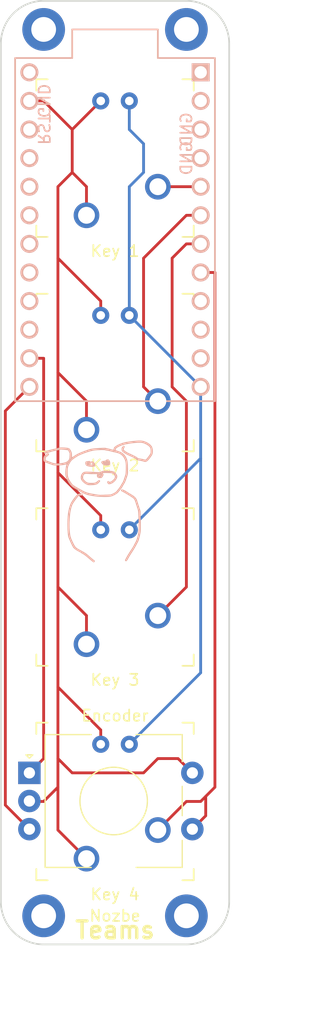
<source format=kicad_pcb>
(kicad_pcb (version 20171130) (host pcbnew "(5.1.10-1-10_14)")

  (general
    (thickness 1.6)
    (drawings 16)
    (tracks 71)
    (zones 0)
    (modules 11)
    (nets 1)
  )

  (page A4)
  (layers
    (0 F.Cu signal)
    (31 B.Cu signal)
    (32 B.Adhes user)
    (33 F.Adhes user)
    (34 B.Paste user)
    (35 F.Paste user)
    (36 B.SilkS user)
    (37 F.SilkS user)
    (38 B.Mask user)
    (39 F.Mask user)
    (40 Dwgs.User user)
    (41 Cmts.User user)
    (42 Eco1.User user hide)
    (43 Eco2.User user hide)
    (44 Edge.Cuts user)
    (45 Margin user hide)
    (46 B.CrtYd user hide)
    (47 F.CrtYd user hide)
    (48 B.Fab user hide)
    (49 F.Fab user hide)
  )

  (setup
    (last_trace_width 0.25)
    (trace_clearance 0.2)
    (zone_clearance 0.508)
    (zone_45_only no)
    (trace_min 0.2)
    (via_size 0.8)
    (via_drill 0.4)
    (via_min_size 0.4)
    (via_min_drill 0.3)
    (uvia_size 0.3)
    (uvia_drill 0.1)
    (uvias_allowed no)
    (uvia_min_size 0.2)
    (uvia_min_drill 0.1)
    (edge_width 0.05)
    (segment_width 0.2)
    (pcb_text_width 0.3)
    (pcb_text_size 1.5 1.5)
    (mod_edge_width 0.12)
    (mod_text_size 1 1)
    (mod_text_width 0.15)
    (pad_size 1.524 1.524)
    (pad_drill 0.762)
    (pad_to_mask_clearance 0)
    (aux_axis_origin 0 0)
    (visible_elements FFFFFF7F)
    (pcbplotparams
      (layerselection 0x010fc_ffffffff)
      (usegerberextensions false)
      (usegerberattributes true)
      (usegerberadvancedattributes true)
      (creategerberjobfile true)
      (excludeedgelayer true)
      (linewidth 0.100000)
      (plotframeref false)
      (viasonmask false)
      (mode 1)
      (useauxorigin false)
      (hpglpennumber 1)
      (hpglpenspeed 20)
      (hpglpendiameter 15.000000)
      (psnegative false)
      (psa4output false)
      (plotreference true)
      (plotvalue true)
      (plotinvisibletext false)
      (padsonsilk false)
      (subtractmaskfromsilk false)
      (outputformat 1)
      (mirror false)
      (drillshape 0)
      (scaleselection 1)
      (outputdirectory "../PersonalProjects/macro/"))
  )

  (net 0 "")

  (net_class Default "This is the default net class."
    (clearance 0.2)
    (trace_width 0.25)
    (via_dia 0.8)
    (via_drill 0.4)
    (uvia_dia 0.3)
    (uvia_drill 0.1)
  )

  (module promicro:pdero (layer B.Cu) (tedit 0) (tstamp 60D332CE)
    (at 27.94 57.15 180)
    (fp_text reference G*** (at 0 0) (layer F.SilkS) hide
      (effects (font (size 1.524 1.524) (thickness 0.3)))
    )
    (fp_text value LOGO (at 0.75 0) (layer F.SilkS) hide
      (effects (font (size 1.524 1.524) (thickness 0.3)))
    )
    (fp_poly (pts (xy 1.888812 0.68183) (xy 1.962077 0.665167) (xy 2.033821 0.628683) (xy 2.073101 0.603251)
      (xy 2.149675 0.538291) (xy 2.242896 0.438104) (xy 2.345456 0.31226) (xy 2.450047 0.170329)
      (xy 2.549364 0.021882) (xy 2.636098 -0.123512) (xy 2.655917 -0.160068) (xy 2.715686 -0.294607)
      (xy 2.774658 -0.466497) (xy 2.829218 -0.662366) (xy 2.875752 -0.868844) (xy 2.910644 -1.072558)
      (xy 2.918201 -1.1303) (xy 2.938565 -1.340156) (xy 2.952942 -1.575175) (xy 2.961448 -1.825974)
      (xy 2.964195 -2.083174) (xy 2.961299 -2.337395) (xy 2.952873 -2.579256) (xy 2.939033 -2.799376)
      (xy 2.919892 -2.988375) (xy 2.895564 -3.136873) (xy 2.893645 -3.145621) (xy 2.872689 -3.211817)
      (xy 2.833288 -3.312897) (xy 2.780174 -3.438541) (xy 2.718082 -3.578428) (xy 2.651745 -3.722239)
      (xy 2.585895 -3.859654) (xy 2.525268 -3.980353) (xy 2.474596 -4.074015) (xy 2.447816 -4.117624)
      (xy 2.362978 -4.21125) (xy 2.231925 -4.31203) (xy 2.058298 -4.417371) (xy 1.938639 -4.479978)
      (xy 1.851017 -4.525779) (xy 1.781831 -4.565983) (xy 1.743325 -4.593363) (xy 1.739992 -4.59725)
      (xy 1.709365 -4.623089) (xy 1.648776 -4.660392) (xy 1.603173 -4.684793) (xy 1.545618 -4.716481)
      (xy 1.481922 -4.757298) (xy 1.406581 -4.81149) (xy 1.314092 -4.883303) (xy 1.198951 -4.976981)
      (xy 1.055654 -5.096772) (xy 0.919018 -5.21258) (xy 0.8218 -5.294224) (xy 0.738266 -5.362337)
      (xy 0.67601 -5.410878) (xy 0.642626 -5.433806) (xy 0.639618 -5.434827) (xy 0.605577 -5.422724)
      (xy 0.57785 -5.408165) (xy 0.541827 -5.36391) (xy 0.535146 -5.305233) (xy 0.557332 -5.254406)
      (xy 0.581496 -5.237931) (xy 0.617265 -5.215158) (xy 0.682585 -5.165091) (xy 0.769197 -5.094362)
      (xy 0.868843 -5.009605) (xy 0.905346 -4.977787) (xy 1.041641 -4.858669) (xy 1.15247 -4.76401)
      (xy 1.247443 -4.687203) (xy 1.336172 -4.621645) (xy 1.428266 -4.56073) (xy 1.533337 -4.497853)
      (xy 1.660995 -4.426408) (xy 1.820851 -4.339791) (xy 1.8796 -4.308207) (xy 2.010704 -4.235856)
      (xy 2.112625 -4.1723) (xy 2.193372 -4.108636) (xy 2.260956 -4.03596) (xy 2.323389 -3.945369)
      (xy 2.38868 -3.827959) (xy 2.46484 -3.674826) (xy 2.482658 -3.637933) (xy 2.562658 -3.467619)
      (xy 2.624042 -3.323551) (xy 2.670118 -3.19301) (xy 2.704194 -3.063277) (xy 2.72958 -2.921633)
      (xy 2.749583 -2.75536) (xy 2.767513 -2.551737) (xy 2.768522 -2.538979) (xy 2.77935 -2.319429)
      (xy 2.781132 -2.065216) (xy 2.77441 -1.791565) (xy 2.759727 -1.513701) (xy 2.737626 -1.246848)
      (xy 2.715721 -1.057154) (xy 2.688505 -0.889699) (xy 2.651867 -0.71688) (xy 2.609218 -0.551466)
      (xy 2.563963 -0.406226) (xy 2.519512 -0.29393) (xy 2.503744 -0.262915) (xy 2.444528 -0.164339)
      (xy 2.3697 -0.050652) (xy 2.285628 0.069642) (xy 2.19868 0.188038) (xy 2.115223 0.29603)
      (xy 2.041627 0.385112) (xy 1.98426 0.44678) (xy 1.95462 0.470511) (xy 1.882105 0.494482)
      (xy 1.792313 0.50732) (xy 1.769671 0.508) (xy 1.67337 0.520586) (xy 1.618765 0.557155)
      (xy 1.608086 0.615921) (xy 1.612513 0.633782) (xy 1.628158 0.662591) (xy 1.660305 0.678371)
      (xy 1.721585 0.684833) (xy 1.789541 0.685801) (xy 1.888812 0.68183)) (layer B.SilkS) (width 0.01))
    (fp_poly (pts (xy -1.831865 1.01807) (xy -1.810148 0.966148) (xy -1.814639 0.920207) (xy -1.819927 0.913351)
      (xy -1.85187 0.891725) (xy -1.915828 0.854716) (xy -1.998537 0.80997) (xy -2.0066 0.805745)
      (xy -2.141339 0.732666) (xy -2.287641 0.648795) (xy -2.437218 0.559354) (xy -2.581784 0.469568)
      (xy -2.713053 0.384659) (xy -2.822737 0.309851) (xy -2.902551 0.250368) (xy -2.938232 0.218515)
      (xy -2.987827 0.151256) (xy -3.034516 0.056046) (xy -3.082722 -0.076673) (xy -3.09992 -0.130993)
      (xy -3.144181 -0.272635) (xy -3.193625 -0.427775) (xy -3.240074 -0.570846) (xy -3.257093 -0.6223)
      (xy -3.282217 -0.700381) (xy -3.301653 -0.770594) (xy -3.316531 -0.841932) (xy -3.327979 -0.923388)
      (xy -3.337126 -1.023954) (xy -3.345101 -1.152623) (xy -3.353031 -1.318388) (xy -3.35752 -1.4224)
      (xy -3.369387 -1.746351) (xy -3.375292 -2.026396) (xy -3.374928 -2.269113) (xy -3.367988 -2.48108)
      (xy -3.354168 -2.668875) (xy -3.33316 -2.839075) (xy -3.304658 -2.998259) (xy -3.278891 -3.1115)
      (xy -3.213707 -3.343763) (xy -3.145298 -3.525747) (xy -3.104998 -3.6068) (xy -3.04488 -3.717309)
      (xy -2.982067 -3.837439) (xy -2.938483 -3.9243) (xy -2.89597 -4.002644) (xy -2.832004 -4.109452)
      (xy -2.754596 -4.231805) (xy -2.67176 -4.356785) (xy -2.654876 -4.3815) (xy -2.574155 -4.502696)
      (xy -2.489759 -4.635806) (xy -2.406202 -4.772979) (xy -2.328 -4.906364) (xy -2.259668 -5.028107)
      (xy -2.205722 -5.130358) (xy -2.170676 -5.205265) (xy -2.159 -5.243797) (xy -2.179129 -5.290823)
      (xy -2.223143 -5.327348) (xy -2.248553 -5.334) (xy -2.284704 -5.316826) (xy -2.329615 -5.27685)
      (xy -2.368557 -5.224003) (xy -2.417286 -5.143789) (xy -2.45848 -5.066751) (xy -2.499687 -4.991386)
      (xy -2.562316 -4.885652) (xy -2.639236 -4.761199) (xy -2.723315 -4.629675) (xy -2.764343 -4.567118)
      (xy -2.859487 -4.419005) (xy -2.959974 -4.255217) (xy -3.055261 -4.093381) (xy -3.134808 -3.951125)
      (xy -3.151376 -3.919966) (xy -3.213176 -3.802112) (xy -3.269232 -3.6952) (xy -3.313862 -3.610068)
      (xy -3.341384 -3.557554) (xy -3.343567 -3.553386) (xy -3.364925 -3.498433) (xy -3.39358 -3.405156)
      (xy -3.426648 -3.285001) (xy -3.461245 -3.149416) (xy -3.494486 -3.009846) (xy -3.523485 -2.877736)
      (xy -3.545359 -2.764533) (xy -3.550951 -2.7305) (xy -3.55656 -2.664026) (xy -3.560422 -2.553155)
      (xy -3.562501 -2.40426) (xy -3.562764 -2.223714) (xy -3.561176 -2.01789) (xy -3.557702 -1.793162)
      (xy -3.556376 -1.7272) (xy -3.538402 -0.8763) (xy -3.408623 -0.4826) (xy -3.360839 -0.336049)
      (xy -3.315391 -0.193789) (xy -3.276225 -0.068376) (xy -3.247287 0.027636) (xy -3.237959 0.060429)
      (xy -3.173415 0.210272) (xy -3.063222 0.352051) (xy -2.905671 0.487551) (xy -2.706836 0.614193)
      (xy -2.589115 0.682218) (xy -2.468735 0.754716) (xy -2.364951 0.819986) (xy -2.328377 0.844164)
      (xy -2.208857 0.919457) (xy -2.093363 0.982102) (xy -1.991523 1.027719) (xy -1.912962 1.051931)
      (xy -1.871027 1.052169) (xy -1.831865 1.01807)) (layer B.SilkS) (width 0.01))
    (fp_poly (pts (xy -3.38361 5.389528) (xy -3.22199 5.380454) (xy -3.025305 5.36274) (xy -2.794 5.337087)
      (xy -2.553762 5.307044) (xy -2.354452 5.277638) (xy -2.186281 5.246592) (xy -2.039461 5.211628)
      (xy -1.904202 5.17047) (xy -1.770718 5.120841) (xy -1.656181 5.072432) (xy -1.468243 4.982702)
      (xy -1.326707 4.898448) (xy -1.227916 4.816476) (xy -1.168218 4.733595) (xy -1.143957 4.64661)
      (xy -1.143 4.624062) (xy -1.136864 4.592122) (xy -1.113505 4.576514) (xy -1.065497 4.577521)
      (xy -0.985413 4.595423) (xy -0.865829 4.630501) (xy -0.8509 4.635123) (xy -0.749532 4.66463)
      (xy -0.66103 4.686866) (xy -0.60099 4.698009) (xy -0.591746 4.698619) (xy -0.52468 4.709618)
      (xy -0.473086 4.727571) (xy -0.433969 4.737468) (xy -0.366844 4.742635) (xy -0.266301 4.743073)
      (xy -0.12693 4.738783) (xy 0.056676 4.729767) (xy 0.093259 4.727731) (xy 0.315134 4.714527)
      (xy 0.495798 4.701551) (xy 0.644808 4.687181) (xy 0.77172 4.669798) (xy 0.886089 4.647782)
      (xy 0.997472 4.619511) (xy 1.115425 4.583366) (xy 1.249504 4.537727) (xy 1.2827 4.526044)
      (xy 1.547294 4.429487) (xy 1.770244 4.340944) (xy 1.95937 4.256858) (xy 2.122491 4.173668)
      (xy 2.267427 4.087815) (xy 2.317378 4.055087) (xy 2.408584 3.994852) (xy 2.483994 3.94707)
      (xy 2.533841 3.917813) (xy 2.548106 3.911601) (xy 2.55629 3.93495) (xy 2.562382 3.996815)
      (xy 2.565294 4.084921) (xy 2.5654 4.106443) (xy 2.568883 4.221055) (xy 2.582845 4.309117)
      (xy 2.612552 4.394611) (xy 2.643321 4.461234) (xy 2.704389 4.575931) (xy 2.764036 4.655181)
      (xy 2.834136 4.706531) (xy 2.926562 4.737526) (xy 3.053188 4.755712) (xy 3.115025 4.761009)
      (xy 3.287481 4.771444) (xy 3.444251 4.775584) (xy 3.577324 4.773615) (xy 3.678691 4.765727)
      (xy 3.740342 4.752107) (xy 3.750983 4.74608) (xy 3.7891 4.730111) (xy 3.863222 4.710184)
      (xy 3.959132 4.689985) (xy 3.986204 4.685087) (xy 4.147597 4.652847) (xy 4.342656 4.607276)
      (xy 4.557118 4.551879) (xy 4.7625 4.494317) (xy 4.899194 4.445872) (xy 4.994382 4.393378)
      (xy 5.045688 4.339158) (xy 5.050741 4.285533) (xy 5.018742 4.243661) (xy 4.982753 4.228605)
      (xy 4.925542 4.233856) (xy 4.859992 4.251612) (xy 4.785433 4.274492) (xy 4.677739 4.307543)
      (xy 4.552338 4.346029) (xy 4.445 4.378973) (xy 4.310974 4.418025) (xy 4.175795 4.453875)
      (xy 4.057246 4.481988) (xy 3.9878 4.49562) (xy 3.879754 4.516957) (xy 3.773054 4.543882)
      (xy 3.711356 4.563405) (xy 3.665563 4.578272) (xy 3.6179 4.587974) (xy 3.56043 4.592367)
      (xy 3.485213 4.591306) (xy 3.384312 4.584646) (xy 3.249789 4.572245) (xy 3.073707 4.553958)
      (xy 3.049711 4.551393) (xy 2.960641 4.540163) (xy 2.909292 4.52625) (xy 2.882719 4.503274)
      (xy 2.867977 4.464851) (xy 2.867028 4.461321) (xy 2.837734 4.390235) (xy 2.805244 4.341792)
      (xy 2.785744 4.311965) (xy 2.774264 4.268194) (xy 2.769704 4.199893) (xy 2.770965 4.096479)
      (xy 2.773232 4.033371) (xy 2.779007 3.91314) (xy 2.787117 3.829987) (xy 2.800972 3.770202)
      (xy 2.82398 3.720074) (xy 2.85955 3.665893) (xy 2.867307 3.654991) (xy 2.936945 3.576157)
      (xy 3.025394 3.513457) (xy 3.141233 3.462893) (xy 3.293037 3.420472) (xy 3.430979 3.392444)
      (xy 3.650809 3.36219) (xy 3.861708 3.351578) (xy 4.052936 3.36036) (xy 4.213751 3.388284)
      (xy 4.287015 3.412392) (xy 4.378577 3.44851) (xy 4.4974 3.493413) (xy 4.622726 3.539304)
      (xy 4.66725 3.555207) (xy 4.9022 3.63843) (xy 4.9022 3.760586) (xy 4.898159 3.838864)
      (xy 4.879612 3.887442) (xy 4.836925 3.927186) (xy 4.81965 3.939357) (xy 4.698023 4.032086)
      (xy 4.624912 4.110243) (xy 4.600223 4.174008) (xy 4.623861 4.223563) (xy 4.659463 4.245768)
      (xy 4.698062 4.257767) (xy 4.735254 4.250052) (xy 4.784521 4.216918) (xy 4.840839 4.169023)
      (xy 4.90613 4.114134) (xy 4.956944 4.076125) (xy 4.979904 4.064) (xy 5.014079 4.041485)
      (xy 5.050191 3.98401) (xy 5.081586 3.906685) (xy 5.101611 3.824619) (xy 5.1054 3.779043)
      (xy 5.103707 3.693681) (xy 5.094881 3.625523) (xy 5.073297 3.569905) (xy 5.033329 3.522167)
      (xy 4.969355 3.477647) (xy 4.87575 3.431683) (xy 4.746888 3.379614) (xy 4.577147 3.316778)
      (xy 4.524764 3.29779) (xy 4.389148 3.249259) (xy 4.287213 3.215576) (xy 4.204966 3.194047)
      (xy 4.128415 3.181975) (xy 4.043565 3.176663) (xy 3.936426 3.175417) (xy 3.889764 3.175444)
      (xy 3.705906 3.181282) (xy 3.513225 3.196964) (xy 3.328621 3.220527) (xy 3.168996 3.250005)
      (xy 3.101138 3.267115) (xy 3.057747 3.274558) (xy 3.050265 3.252086) (xy 3.057186 3.223462)
      (xy 3.10523 3.015351) (xy 3.136561 2.798758) (xy 3.150687 2.585682) (xy 3.147117 2.388122)
      (xy 3.12536 2.218077) (xy 3.101932 2.130005) (xy 3.000665 1.886593) (xy 2.872581 1.660651)
      (xy 2.723865 1.460509) (xy 2.560704 1.294493) (xy 2.389835 1.171251) (xy 2.145661 1.031047)
      (xy 1.93919 0.913582) (xy 1.764043 0.81635) (xy 1.61384 0.736845) (xy 1.482201 0.672561)
      (xy 1.362748 0.620992) (xy 1.2491 0.579632) (xy 1.134877 0.545974) (xy 1.0137 0.517513)
      (xy 0.87919 0.491743) (xy 0.724967 0.466157) (xy 0.544651 0.438249) (xy 0.510645 0.433047)
      (xy 0.358381 0.414366) (xy 0.178767 0.399727) (xy -0.017192 0.389325) (xy -0.218492 0.383353)
      (xy -0.414127 0.382004) (xy -0.593093 0.385472) (xy -0.744385 0.39395) (xy -0.856999 0.407633)
      (xy -0.8636 0.408878) (xy -0.984362 0.443434) (xy -1.122051 0.50001) (xy -1.262198 0.57091)
      (xy -1.390334 0.648435) (xy -1.491989 0.724888) (xy -1.532072 0.764499) (xy -1.672781 0.929657)
      (xy -1.781247 1.06391) (xy -1.861221 1.172196) (xy -1.916456 1.259458) (xy -1.93532 1.2954)
      (xy -1.983854 1.386214) (xy -2.043937 1.486279) (xy -2.072184 1.52939) (xy -2.114322 1.597382)
      (xy -2.156071 1.679126) (xy -2.200563 1.7822) (xy -2.250932 1.914184) (xy -2.310309 2.082658)
      (xy -2.353369 2.2098) (xy -2.378555 2.286748) (xy -2.396955 2.351731) (xy -2.409486 2.414624)
      (xy -2.417064 2.485298) (xy -2.420608 2.573626) (xy -2.421035 2.68948) (xy -2.419261 2.842732)
      (xy -2.418271 2.9083) (xy -2.415517 3.020154) (xy -2.231153 3.020154) (xy -2.229729 2.8829)
      (xy -2.225412 2.699765) (xy -2.219069 2.559457) (xy -2.209997 2.454021) (xy -2.197492 2.375503)
      (xy -2.18085 2.315946) (xy -2.179184 2.3114) (xy -2.151808 2.234057) (xy -2.115952 2.127162)
      (xy -2.077959 2.009755) (xy -2.065173 1.9692) (xy -2.02713 1.858585) (xy -1.986461 1.758011)
      (xy -1.949916 1.683612) (xy -1.937676 1.6644) (xy -1.896678 1.602547) (xy -1.843665 1.514908)
      (xy -1.791197 1.4224) (xy -1.727092 1.315307) (xy -1.651836 1.204073) (xy -1.593422 1.127413)
      (xy -1.522951 1.04118) (xy -1.453046 0.953886) (xy -1.412261 0.901771) (xy -1.34474 0.833848)
      (xy -1.244393 0.766657) (xy -1.120161 0.702506) (xy -0.9017 0.598995) (xy -0.4826 0.583562)
      (xy -0.333358 0.578013) (xy -0.194322 0.572749) (xy -0.076784 0.568202) (xy 0.007966 0.564809)
      (xy 0.0381 0.563519) (xy 0.099196 0.566119) (xy 0.198371 0.576388) (xy 0.323732 0.59285)
      (xy 0.46339 0.614026) (xy 0.5207 0.623503) (xy 0.745104 0.662663) (xy 0.929443 0.698391)
      (xy 1.083986 0.734124) (xy 1.218999 0.773301) (xy 1.344753 0.819357) (xy 1.471514 0.875731)
      (xy 1.609552 0.94586) (xy 1.769134 1.033181) (xy 1.805674 1.053647) (xy 1.995971 1.160838)
      (xy 2.147413 1.247316) (xy 2.265627 1.316906) (xy 2.356239 1.373431) (xy 2.424874 1.420716)
      (xy 2.477159 1.462586) (xy 2.51872 1.502865) (xy 2.555183 1.545377) (xy 2.58366 1.582488)
      (xy 2.709606 1.758918) (xy 2.803547 1.91207) (xy 2.869884 2.054099) (xy 2.913015 2.19716)
      (xy 2.937341 2.353407) (xy 2.94726 2.534995) (xy 2.948033 2.589169) (xy 2.946736 2.764741)
      (xy 2.93765 2.903606) (xy 2.917761 3.01963) (xy 2.884054 3.126681) (xy 2.833516 3.238625)
      (xy 2.788267 3.324128) (xy 2.730167 3.426931) (xy 2.67676 3.511067) (xy 2.620903 3.583318)
      (xy 2.555458 3.650468) (xy 2.473281 3.719299) (xy 2.367234 3.796594) (xy 2.230174 3.889136)
      (xy 2.111681 3.966799) (xy 1.987669 4.037311) (xy 1.824765 4.114629) (xy 1.633729 4.194826)
      (xy 1.42532 4.273972) (xy 1.2103 4.34814) (xy 0.999427 4.4134) (xy 0.803462 4.465824)
      (xy 0.6604 4.49667) (xy 0.550629 4.512891) (xy 0.417654 4.526326) (xy 0.270385 4.536771)
      (xy 0.117732 4.544024) (xy -0.031395 4.547882) (xy -0.168086 4.548144) (xy -0.283431 4.544607)
      (xy -0.368519 4.537068) (xy -0.414441 4.525324) (xy -0.4191 4.5212) (xy -0.452357 4.505058)
      (xy -0.515677 4.496314) (xy -0.536275 4.4958) (xy -0.60785 4.488848) (xy -0.709476 4.470346)
      (xy -0.822696 4.443823) (xy -0.858626 4.434144) (xy -0.983815 4.401286) (xy -1.114846 4.370236)
      (xy -1.226911 4.346814) (xy -1.2446 4.343603) (xy -1.483912 4.28806) (xy -1.681319 4.210974)
      (xy -1.842309 4.1091) (xy -1.972365 3.979197) (xy -2.049039 3.867997) (xy -2.112375 3.751696)
      (xy -2.160193 3.638069) (xy -2.194235 3.517608) (xy -2.216247 3.380807) (xy -2.227972 3.218158)
      (xy -2.231153 3.020154) (xy -2.415517 3.020154) (xy -2.412501 3.142582) (xy -2.402078 3.334651)
      (xy -2.385403 3.493004) (xy -2.36088 3.626136) (xy -2.326909 3.742542) (xy -2.281894 3.85072)
      (xy -2.224236 3.959164) (xy -2.218926 3.968282) (xy -2.09472 4.140961) (xy -1.943188 4.277245)
      (xy -1.757613 4.382266) (xy -1.6002 4.441077) (xy -1.48311 4.478595) (xy -1.40597 4.506623)
      (xy -1.359919 4.529739) (xy -1.336096 4.552521) (xy -1.325638 4.579549) (xy -1.324852 4.583339)
      (xy -1.334743 4.641122) (xy -1.387391 4.704452) (xy -1.48456 4.77462) (xy -1.628013 4.852917)
      (xy -1.8034 4.933682) (xy -1.941011 4.98336) (xy -2.115181 5.030841) (xy -2.316506 5.074897)
      (xy -2.535583 5.114301) (xy -2.763008 5.147824) (xy -2.989378 5.174239) (xy -3.205288 5.192319)
      (xy -3.401336 5.200835) (xy -3.568118 5.19856) (xy -3.696229 5.184267) (xy -3.706502 5.18214)
      (xy -3.842453 5.140531) (xy -3.988542 5.076286) (xy -4.129835 4.997714) (xy -4.251401 4.913123)
      (xy -4.338307 4.830823) (xy -4.338652 4.830403) (xy -4.383918 4.771637) (xy -4.411827 4.719982)
      (xy -4.42757 4.659035) (xy -4.43634 4.572394) (xy -4.439937 4.510452) (xy -4.441813 4.365671)
      (xy -4.429781 4.268855) (xy -4.418948 4.23935) (xy -4.377193 4.169443) (xy -4.316562 4.079766)
      (xy -4.245261 3.981157) (xy -4.171499 3.884456) (xy -4.103484 3.800501) (xy -4.049424 3.740132)
      (xy -4.023574 3.71724) (xy -3.979474 3.693689) (xy -3.937588 3.692033) (xy -3.875573 3.712272)
      (xy -3.863089 3.717221) (xy -3.80322 3.734706) (xy -3.70953 3.755271) (xy -3.598638 3.775993)
      (xy -3.487168 3.793951) (xy -3.39174 3.806222) (xy -3.335301 3.81) (xy -3.314413 3.825134)
      (xy -3.26859 3.86344) (xy -3.242062 3.886481) (xy -3.184329 3.92859) (xy -3.092805 3.982467)
      (xy -2.964429 4.049687) (xy -2.796141 4.131826) (xy -2.584882 4.230459) (xy -2.4892 4.274185)
      (xy -2.372773 4.333012) (xy -2.260313 4.400142) (xy -2.161628 4.468611) (xy -2.086526 4.531457)
      (xy -2.044813 4.581716) (xy -2.040394 4.592814) (xy -2.047433 4.668488) (xy -2.081169 4.727626)
      (xy -2.12326 4.806994) (xy -2.118345 4.869379) (xy -2.075099 4.912178) (xy -2.041696 4.923066)
      (xy -2.005359 4.907103) (xy -1.953425 4.857953) (xy -1.941749 4.845424) (xy -1.886418 4.777116)
      (xy -1.860685 4.714608) (xy -1.854206 4.632309) (xy -1.8542 4.628825) (xy -1.859995 4.545009)
      (xy -1.88236 4.477389) (xy -1.928768 4.415085) (xy -2.006693 4.347218) (xy -2.088908 4.28711)
      (xy -2.150927 4.244402) (xy -2.21002 4.206618) (xy -2.27402 4.169726) (xy -2.350759 4.129693)
      (xy -2.448069 4.082488) (xy -2.573784 4.024077) (xy -2.735735 3.950429) (xy -2.794 3.924109)
      (xy -2.911449 3.867512) (xy -3.020796 3.80845) (xy -3.108012 3.754847) (xy -3.151135 3.72239)
      (xy -3.208476 3.67762) (xy -3.271093 3.647424) (xy -3.355504 3.625483) (xy -3.443235 3.610613)
      (xy -3.55767 3.590385) (xy -3.6691 3.565773) (xy -3.75464 3.541869) (xy -3.7592 3.540307)
      (xy -3.868303 3.505055) (xy -3.946281 3.490207) (xy -4.008716 3.496191) (xy -4.07119 3.523431)
      (xy -4.114989 3.550037) (xy -4.17868 3.603196) (xy -4.25967 3.688579) (xy -4.348995 3.794925)
      (xy -4.43769 3.910973) (xy -4.516791 4.025465) (xy -4.577333 4.127138) (xy -4.582722 4.137542)
      (xy -4.620611 4.254382) (xy -4.636191 4.400036) (xy -4.630033 4.557964) (xy -4.602704 4.711622)
      (xy -4.558682 4.836417) (xy -4.478843 4.955423) (xy -4.358279 5.071487) (xy -4.206943 5.178202)
      (xy -4.03479 5.26916) (xy -3.851776 5.337954) (xy -3.7338 5.367341) (xy -3.631945 5.382728)
      (xy -3.517738 5.390205) (xy -3.38361 5.389528)) (layer B.SilkS) (width 0.01))
    (fp_poly (pts (xy -0.265787 2.710268) (xy -0.204098 2.700356) (xy -0.146302 2.683219) (xy -0.08068 2.657487)
      (xy -0.058009 2.64801) (xy 0.1143 2.575628) (xy 0.5715 2.598649) (xy 0.806593 2.610197)
      (xy 0.996662 2.618607) (xy 1.147392 2.623727) (xy 1.26447 2.625404) (xy 1.353583 2.623486)
      (xy 1.420417 2.617819) (xy 1.470661 2.608253) (xy 1.509999 2.594634) (xy 1.54412 2.576811)
      (xy 1.551366 2.572388) (xy 1.650567 2.482834) (xy 1.723978 2.361043) (xy 1.767567 2.220684)
      (xy 1.777303 2.075424) (xy 1.749157 1.93893) (xy 1.742804 1.923235) (xy 1.679748 1.820273)
      (xy 1.58111 1.710544) (xy 1.458849 1.605187) (xy 1.324922 1.515343) (xy 1.277194 1.489467)
      (xy 1.206422 1.456758) (xy 1.14179 1.437065) (xy 1.066704 1.427521) (xy 0.964567 1.425255)
      (xy 0.908894 1.425794) (xy 0.788353 1.429592) (xy 0.672526 1.436754) (xy 0.581075 1.445957)
      (xy 0.5588 1.449356) (xy 0.442652 1.472205) (xy 0.360037 1.497489) (xy 0.294041 1.533659)
      (xy 0.227756 1.589164) (xy 0.17502 1.641115) (xy 0.105377 1.714669) (xy 0.068208 1.763874)
      (xy 0.057952 1.798058) (xy 0.066639 1.822906) (xy 0.11762 1.868494) (xy 0.182054 1.86527)
      (xy 0.259437 1.813269) (xy 0.263035 1.809951) (xy 0.35091 1.734087) (xy 0.431801 1.682047)
      (xy 0.518842 1.649543) (xy 0.625167 1.632292) (xy 0.763909 1.626005) (xy 0.827963 1.6256)
      (xy 0.983967 1.628839) (xy 1.105693 1.642357) (xy 1.205521 1.671858) (xy 1.295829 1.723048)
      (xy 1.388995 1.801631) (xy 1.497397 1.913311) (xy 1.53035 1.949291) (xy 1.563542 2.017554)
      (xy 1.5752 2.113032) (xy 1.5656 2.21706) (xy 1.535021 2.310975) (xy 1.524692 2.329769)
      (xy 1.486294 2.38031) (xy 1.437963 2.413388) (xy 1.370294 2.431094) (xy 1.273884 2.435522)
      (xy 1.139329 2.428764) (xy 1.0954 2.425307) (xy 0.956339 2.416906) (xy 0.79391 2.411719)
      (xy 0.635489 2.410486) (xy 0.57785 2.4113) (xy 0.466987 2.412616) (xy 0.37777 2.411409)
      (xy 0.32056 2.407966) (xy 0.3048 2.403732) (xy 0.314244 2.372715) (xy 0.332672 2.328816)
      (xy 0.346524 2.273478) (xy 0.331207 2.212598) (xy 0.316428 2.181571) (xy 0.280421 2.120346)
      (xy 0.248513 2.080321) (xy 0.244105 2.076839) (xy 0.201134 2.065549) (xy 0.127365 2.059631)
      (xy 0.042143 2.059084) (xy -0.035189 2.063909) (xy -0.085286 2.074106) (xy -0.090407 2.076839)
      (xy -0.116559 2.108163) (xy -0.155116 2.167905) (xy -0.196792 2.239786) (xy -0.212397 2.269559)
      (xy 0.033346 2.269559) (xy 0.0381 2.2606) (xy 0.073333 2.236445) (xy 0.111164 2.244249)
      (xy 0.127 2.276018) (xy 0.111851 2.304705) (xy 0.086822 2.301418) (xy 0.045443 2.287939)
      (xy 0.034523 2.286) (xy 0.033346 2.269559) (xy -0.212397 2.269559) (xy -0.2323 2.307529)
      (xy -0.252352 2.354856) (xy -0.254 2.363585) (xy -0.237895 2.39578) (xy -0.212453 2.425519)
      (xy -0.186836 2.458905) (xy -0.189247 2.483338) (xy -0.22405 2.499762) (xy -0.295607 2.509123)
      (xy -0.408281 2.512366) (xy -0.566434 2.510436) (xy -0.600554 2.509599) (xy -0.780666 2.502805)
      (xy -0.91778 2.491137) (xy -1.019657 2.47181) (xy -1.094056 2.442039) (xy -1.148738 2.399038)
      (xy -1.191462 2.340021) (xy -1.218337 2.287845) (xy -1.250055 2.215348) (xy -1.260444 2.165372)
      (xy -1.250797 2.114955) (xy -1.231032 2.062637) (xy -1.201227 1.998682) (xy -1.175304 1.96052)
      (xy -1.167242 1.9558) (xy -1.139029 1.938769) (xy -1.090452 1.895338) (xy -1.059164 1.863547)
      (xy -0.9856 1.800079) (xy -0.903949 1.749989) (xy -0.876086 1.738275) (xy -0.811753 1.719482)
      (xy -0.773996 1.72302) (xy -0.742481 1.751721) (xy -0.737696 1.757556) (xy -0.687566 1.795212)
      (xy -0.639774 1.792215) (xy -0.595124 1.755646) (xy -0.580663 1.694503) (xy -0.59565 1.624511)
      (xy -0.639343 1.561395) (xy -0.651126 1.551244) (xy -0.698684 1.517677) (xy -0.741624 1.503076)
      (xy -0.794391 1.50755) (xy -0.871431 1.531208) (xy -0.931856 1.553361) (xy -1.063346 1.62066)
      (xy -1.189381 1.717576) (xy -1.301673 1.834187) (xy -1.391932 1.960574) (xy -1.451869 2.086814)
      (xy -1.4732 2.201273) (xy -1.451622 2.299343) (xy -1.393776 2.405874) (xy -1.309992 2.509102)
      (xy -1.210602 2.597262) (xy -1.105937 2.658589) (xy -1.057235 2.67495) (xy -0.993198 2.68499)
      (xy -0.891222 2.694717) (xy -0.764163 2.703153) (xy -0.624877 2.709322) (xy -0.591409 2.710347)
      (xy -0.447724 2.713894) (xy -0.34309 2.714324) (xy -0.265787 2.710268)) (layer B.SilkS) (width 0.01))
    (fp_poly (pts (xy 1.049596 3.570554) (xy 1.132246 3.559095) (xy 1.200951 3.555707) (xy 1.292365 3.545496)
      (xy 1.346165 3.506241) (xy 1.369319 3.430847) (xy 1.3716 3.382059) (xy 1.35635 3.275807)
      (xy 1.308151 3.193519) (xy 1.223327 3.132884) (xy 1.098204 3.091587) (xy 0.929105 3.067317)
      (xy 0.864154 3.062714) (xy 0.761579 3.059066) (xy 0.671431 3.05973) (xy 0.612162 3.064539)
      (xy 0.6096 3.065036) (xy 0.526484 3.100565) (xy 0.485647 3.161766) (xy 0.487413 3.245669)
      (xy 0.502025 3.279552) (xy 0.713833 3.279552) (xy 0.731806 3.259234) (xy 0.791142 3.251682)
      (xy 0.824955 3.2512) (xy 0.93871 3.2512) (xy 0.908712 3.32105) (xy 0.88576 3.37326)
      (xy 0.873332 3.399308) (xy 0.849624 3.396306) (xy 0.804813 3.373932) (xy 0.758368 3.343383)
      (xy 0.730638 3.317248) (xy 0.713833 3.279552) (xy 0.502025 3.279552) (xy 0.532107 3.349303)
      (xy 0.572002 3.409435) (xy 0.655739 3.502461) (xy 0.735107 3.545982) (xy 0.812225 3.540876)
      (xy 0.846489 3.523126) (xy 0.89142 3.49911) (xy 0.918562 3.509388) (xy 0.937051 3.535638)
      (xy 0.972081 3.570516) (xy 1.025513 3.574631) (xy 1.049596 3.570554)) (layer B.SilkS) (width 0.01))
    (fp_poly (pts (xy -0.571686 3.723417) (xy -0.524033 3.703247) (xy -0.508 3.683169) (xy -0.485156 3.65013)
      (xy -0.426468 3.618416) (xy -0.346703 3.593727) (xy -0.260628 3.581765) (xy -0.244376 3.5814)
      (xy -0.14108 3.566726) (xy -0.075219 3.524494) (xy -0.050856 3.457388) (xy -0.0508 3.45347)
      (xy -0.070637 3.395551) (xy -0.121216 3.326724) (xy -0.189135 3.261225) (xy -0.260998 3.21329)
      (xy -0.28702 3.202489) (xy -0.364314 3.186794) (xy -0.464554 3.17901) (xy -0.573063 3.178691)
      (xy -0.675164 3.185392) (xy -0.75618 3.198665) (xy -0.801436 3.218065) (xy -0.801504 3.218132)
      (xy -0.827163 3.272883) (xy -0.836996 3.35821) (xy -0.830965 3.456406) (xy -0.809036 3.549764)
      (xy -0.802222 3.567541) (xy -0.746851 3.655127) (xy -0.672931 3.710927) (xy -0.592421 3.726854)
      (xy -0.571686 3.723417)) (layer B.SilkS) (width 0.01))
  )

  (module Rotary_Encoder:RotaryEncoder_Alps_EC11E-Switch_Vertical_H20mm (layer F.Cu) (tedit 60D1A43F) (tstamp 60D1B170)
    (at 21.59 81.28)
    (descr "Alps rotary encoder, EC12E... with switch, vertical shaft, http://www.alps.com/prod/info/E/HTML/Encoder/Incremental/EC11/EC11E15204A3.html")
    (tags "rotary encoder")
    (fp_text reference Encoder (at 7.62 -5.08) (layer F.SilkS)
      (effects (font (size 1 1) (thickness 0.15)))
    )
    (fp_text value RotaryEncoder_Alps_EC11E-Switch_Vertical_H20mm (at 7.5 10.4) (layer F.Fab)
      (effects (font (size 1 1) (thickness 0.15)))
    )
    (fp_circle (center 7.5 2.5) (end 10.5 2.5) (layer F.Fab) (width 0.12))
    (fp_circle (center 7.5 2.5) (end 10.5 2.5) (layer F.SilkS) (width 0.12))
    (fp_line (start 16 9.6) (end -1.5 9.6) (layer F.CrtYd) (width 0.05))
    (fp_line (start 16 9.6) (end 16 -4.6) (layer F.CrtYd) (width 0.05))
    (fp_line (start -1.5 -4.6) (end -1.5 9.6) (layer F.CrtYd) (width 0.05))
    (fp_line (start -1.5 -4.6) (end 16 -4.6) (layer F.CrtYd) (width 0.05))
    (fp_line (start 2.5 -3.3) (end 13.5 -3.3) (layer F.Fab) (width 0.12))
    (fp_line (start 13.5 -3.3) (end 13.5 8.3) (layer F.Fab) (width 0.12))
    (fp_line (start 13.5 8.3) (end 1.5 8.3) (layer F.Fab) (width 0.12))
    (fp_line (start 1.5 8.3) (end 1.5 -2.2) (layer F.Fab) (width 0.12))
    (fp_line (start 1.5 -2.2) (end 2.5 -3.3) (layer F.Fab) (width 0.12))
    (fp_line (start 9.5 -3.4) (end 13.6 -3.4) (layer F.SilkS) (width 0.12))
    (fp_line (start 13.6 8.4) (end 9.5 8.4) (layer F.SilkS) (width 0.12))
    (fp_line (start 5.5 8.4) (end 1.4 8.4) (layer F.SilkS) (width 0.12))
    (fp_line (start 5.5 -3.4) (end 1.4 -3.4) (layer F.SilkS) (width 0.12))
    (fp_line (start 1.4 -3.4) (end 1.4 8.4) (layer F.SilkS) (width 0.12))
    (fp_line (start 0 -1.3) (end -0.3 -1.6) (layer F.SilkS) (width 0.12))
    (fp_line (start -0.3 -1.6) (end 0.3 -1.6) (layer F.SilkS) (width 0.12))
    (fp_line (start 0.3 -1.6) (end 0 -1.3) (layer F.SilkS) (width 0.12))
    (fp_line (start 7.5 -0.5) (end 7.5 5.5) (layer F.Fab) (width 0.12))
    (fp_line (start 4.5 2.5) (end 10.5 2.5) (layer F.Fab) (width 0.12))
    (fp_line (start 13.6 -3.4) (end 13.6 -1) (layer F.SilkS) (width 0.12))
    (fp_line (start 13.6 1.2) (end 13.6 3.8) (layer F.SilkS) (width 0.12))
    (fp_line (start 13.6 6) (end 13.6 8.4) (layer F.SilkS) (width 0.12))
    (fp_line (start 7.5 2) (end 7.5 3) (layer F.SilkS) (width 0.12))
    (fp_line (start 7 2.5) (end 8 2.5) (layer F.SilkS) (width 0.12))
    (fp_text user %R (at 11.1 6.3) (layer F.Fab)
      (effects (font (size 1 1) (thickness 0.15)))
    )
    (pad A thru_hole rect (at 0 0) (size 2 2) (drill 1) (layers *.Cu *.Mask))
    (pad C thru_hole circle (at 0 2.5) (size 2 2) (drill 1) (layers *.Cu *.Mask))
    (pad B thru_hole circle (at 0 5) (size 2 2) (drill 1) (layers *.Cu *.Mask))
    (pad S2 thru_hole circle (at 14.5 0) (size 2 2) (drill 1) (layers *.Cu *.Mask))
    (pad S1 thru_hole circle (at 14.5 5) (size 2 2) (drill 1) (layers *.Cu *.Mask))
    (model ${KISYS3DMOD}/Rotary_Encoder.3dshapes/RotaryEncoder_Alps_EC11E-Switch_Vertical_H20mm.wrl
      (at (xyz 0 0 0))
      (scale (xyz 1 1 1))
      (rotate (xyz 0 0 0))
    )
  )

  (module promicro:SW_MX.kicad_mod (layer F.Cu) (tedit 60CBB21C) (tstamp 60C6F19E)
    (at 29.21 45.72 180)
    (descr "MX-style keyswitch")
    (tags MX,cherry,gateron,kailh)
    (fp_text reference "Key 2" (at 0 -8.255) (layer F.SilkS)
      (effects (font (size 1 1) (thickness 0.15)))
    )
    (fp_text value SW_MX (at 0 8.255) (layer F.Fab)
      (effects (font (size 1 1) (thickness 0.15)))
    )
    (fp_line (start -7.5 7.5) (end -7.5 -7.5) (layer F.Fab) (width 0.15))
    (fp_line (start 7.5 7.5) (end -7.5 7.5) (layer F.Fab) (width 0.15))
    (fp_line (start 7.5 -7.5) (end 7.5 7.5) (layer F.Fab) (width 0.15))
    (fp_line (start -7.5 -7.5) (end 7.5 -7.5) (layer F.Fab) (width 0.15))
    (fp_line (start -6.9 6.9) (end -6.9 -6.9) (layer Eco2.User) (width 0.15))
    (fp_line (start 6.9 -6.9) (end 6.9 6.9) (layer Eco2.User) (width 0.15))
    (fp_line (start 6.9 -6.9) (end -6.9 -6.9) (layer Eco2.User) (width 0.15))
    (fp_line (start -6.9 6.9) (end 6.9 6.9) (layer Eco2.User) (width 0.15))
    (fp_line (start -9.525 -9.525) (end 9.525 -9.525) (layer Dwgs.User) (width 0.15))
    (fp_line (start 9.525 -9.525) (end 9.525 9.525) (layer Dwgs.User) (width 0.15))
    (fp_line (start 9.525 9.525) (end -9.525 9.525) (layer Dwgs.User) (width 0.15))
    (fp_line (start -9.525 9.525) (end -9.525 -9.525) (layer Dwgs.User) (width 0.15))
    (fp_line (start 7 -7) (end 7 -6) (layer F.SilkS) (width 0.15))
    (fp_line (start 6 7) (end 7 7) (layer F.SilkS) (width 0.15))
    (fp_line (start 7 -7) (end 6 -7) (layer F.SilkS) (width 0.15))
    (fp_line (start 7 6) (end 7 7) (layer F.SilkS) (width 0.15))
    (fp_line (start -7 7) (end -7 6) (layer F.SilkS) (width 0.15))
    (fp_line (start -6 -7) (end -7 -7) (layer F.SilkS) (width 0.15))
    (fp_line (start -7 7) (end -6 7) (layer F.SilkS) (width 0.15))
    (fp_line (start -7 -6) (end -7 -7) (layer F.SilkS) (width 0.15))
    (fp_text user %R (at 0 0) (layer F.Fab)
      (effects (font (size 1 1) (thickness 0.15)))
    )
    (pad 4 thru_hole circle (at 1.27 5.08 180) (size 1.524 1.524) (drill 0.762) (layers *.Cu *.Mask))
    (pad 3 thru_hole circle (at -1.27 5.08 180) (size 1.524 1.524) (drill 0.762) (layers *.Cu *.Mask))
    (pad 1 thru_hole circle (at 2.54 -5.08 180) (size 2.286 2.286) (drill 1.4986) (layers *.Cu *.Mask))
    (pad "" np_thru_hole circle (at 0 0 180) (size 3.9878 3.9878) (drill 3.9878) (layers *.Cu *.Mask))
    (pad 2 thru_hole circle (at -3.81 -2.54 180) (size 2.286 2.286) (drill 1.4986) (layers *.Cu *.Mask))
  )

  (module promicro:SW_MX.kicad_mod (layer F.Cu) (tedit 60CBB21C) (tstamp 60C4CEDD)
    (at 29.21 26.67 180)
    (descr "MX-style keyswitch")
    (tags MX,cherry,gateron,kailh)
    (fp_text reference "Key 1" (at 0 -8.255) (layer F.SilkS)
      (effects (font (size 1 1) (thickness 0.15)))
    )
    (fp_text value SW_MX (at 0 8.255) (layer F.Fab)
      (effects (font (size 1 1) (thickness 0.15)))
    )
    (fp_line (start -7.5 7.5) (end -7.5 -7.5) (layer F.Fab) (width 0.15))
    (fp_line (start 7.5 7.5) (end -7.5 7.5) (layer F.Fab) (width 0.15))
    (fp_line (start 7.5 -7.5) (end 7.5 7.5) (layer F.Fab) (width 0.15))
    (fp_line (start -7.5 -7.5) (end 7.5 -7.5) (layer F.Fab) (width 0.15))
    (fp_line (start -6.9 6.9) (end -6.9 -6.9) (layer Eco2.User) (width 0.15))
    (fp_line (start 6.9 -6.9) (end 6.9 6.9) (layer Eco2.User) (width 0.15))
    (fp_line (start 6.9 -6.9) (end -6.9 -6.9) (layer Eco2.User) (width 0.15))
    (fp_line (start -6.9 6.9) (end 6.9 6.9) (layer Eco2.User) (width 0.15))
    (fp_line (start -9.525 -9.525) (end 9.525 -9.525) (layer Dwgs.User) (width 0.15))
    (fp_line (start 9.525 -9.525) (end 9.525 9.525) (layer Dwgs.User) (width 0.15))
    (fp_line (start 9.525 9.525) (end -9.525 9.525) (layer Dwgs.User) (width 0.15))
    (fp_line (start -9.525 9.525) (end -9.525 -9.525) (layer Dwgs.User) (width 0.15))
    (fp_line (start 7 -7) (end 7 -6) (layer F.SilkS) (width 0.15))
    (fp_line (start 6 7) (end 7 7) (layer F.SilkS) (width 0.15))
    (fp_line (start 7 -7) (end 6 -7) (layer F.SilkS) (width 0.15))
    (fp_line (start 7 6) (end 7 7) (layer F.SilkS) (width 0.15))
    (fp_line (start -7 7) (end -7 6) (layer F.SilkS) (width 0.15))
    (fp_line (start -6 -7) (end -7 -7) (layer F.SilkS) (width 0.15))
    (fp_line (start -7 7) (end -6 7) (layer F.SilkS) (width 0.15))
    (fp_line (start -7 -6) (end -7 -7) (layer F.SilkS) (width 0.15))
    (fp_text user %R (at 0 0) (layer F.Fab)
      (effects (font (size 1 1) (thickness 0.15)))
    )
    (pad 4 thru_hole circle (at 1.27 5.08 180) (size 1.524 1.524) (drill 0.762) (layers *.Cu *.Mask))
    (pad 3 thru_hole circle (at -1.27 5.08 180) (size 1.524 1.524) (drill 0.762) (layers *.Cu *.Mask))
    (pad 1 thru_hole circle (at 2.54 -5.08 180) (size 2.286 2.286) (drill 1.4986) (layers *.Cu *.Mask))
    (pad "" np_thru_hole circle (at 0 0 180) (size 3.9878 3.9878) (drill 3.9878) (layers *.Cu *.Mask))
    (pad 2 thru_hole circle (at -3.81 -2.54 180) (size 2.286 2.286) (drill 1.4986) (layers *.Cu *.Mask))
  )

  (module MountingHole:MountingHole_2.2mm_M2_DIN965_Pad (layer F.Cu) (tedit 56D1B4CB) (tstamp 60CBAEFB)
    (at 22.86 93.98)
    (descr "Mounting Hole 2.2mm, M2, DIN965")
    (tags "mounting hole 2.2mm m2 din965")
    (attr virtual)
    (fp_text reference REF** (at 0 -2.9) (layer F.SilkS) hide
      (effects (font (size 1 1) (thickness 0.15)))
    )
    (fp_text value \ (at 0 2.9) (layer F.Fab)
      (effects (font (size 1 1) (thickness 0.15)))
    )
    (fp_circle (center 0 0) (end 1.9 0) (layer Cmts.User) (width 0.15))
    (fp_circle (center 0 0) (end 2.15 0) (layer F.CrtYd) (width 0.05))
    (fp_text user %R (at 0.3 0) (layer F.Fab)
      (effects (font (size 1 1) (thickness 0.15)))
    )
    (pad 1 thru_hole circle (at 0 0) (size 3.8 3.8) (drill 2.2) (layers *.Cu *.Mask))
  )

  (module MountingHole:MountingHole_2.2mm_M2_DIN965_Pad (layer F.Cu) (tedit 56D1B4CB) (tstamp 60CBAEED)
    (at 35.56 93.98)
    (descr "Mounting Hole 2.2mm, M2, DIN965")
    (tags "mounting hole 2.2mm m2 din965")
    (attr virtual)
    (fp_text reference REF** (at 0 -2.9) (layer F.SilkS) hide
      (effects (font (size 1 1) (thickness 0.15)))
    )
    (fp_text value \ (at 0 2.9) (layer F.Fab)
      (effects (font (size 1 1) (thickness 0.15)))
    )
    (fp_circle (center 0 0) (end 1.9 0) (layer Cmts.User) (width 0.15))
    (fp_circle (center 0 0) (end 2.15 0) (layer F.CrtYd) (width 0.05))
    (fp_text user %R (at 0.3 0) (layer F.Fab)
      (effects (font (size 1 1) (thickness 0.15)))
    )
    (pad 1 thru_hole circle (at 0 0) (size 3.8 3.8) (drill 2.2) (layers *.Cu *.Mask))
  )

  (module MountingHole:MountingHole_2.2mm_M2_DIN965_Pad (layer F.Cu) (tedit 56D1B4CB) (tstamp 60CBAEDE)
    (at 35.56 15.24)
    (descr "Mounting Hole 2.2mm, M2, DIN965")
    (tags "mounting hole 2.2mm m2 din965")
    (attr virtual)
    (fp_text reference REF** (at 0 -2.9) (layer F.SilkS) hide
      (effects (font (size 1 1) (thickness 0.15)))
    )
    (fp_text value \ (at 0 2.9) (layer F.Fab)
      (effects (font (size 1 1) (thickness 0.15)))
    )
    (fp_circle (center 0 0) (end 1.9 0) (layer Cmts.User) (width 0.15))
    (fp_circle (center 0 0) (end 2.15 0) (layer F.CrtYd) (width 0.05))
    (fp_text user %R (at 0.3 0) (layer F.Fab)
      (effects (font (size 1 1) (thickness 0.15)))
    )
    (pad 1 thru_hole circle (at 0 0) (size 3.8 3.8) (drill 2.2) (layers *.Cu *.Mask))
  )

  (module MountingHole:MountingHole_2.2mm_M2_DIN965_Pad (layer F.Cu) (tedit 56D1B4CB) (tstamp 60CBACBC)
    (at 22.86 15.24)
    (descr "Mounting Hole 2.2mm, M2, DIN965")
    (tags "mounting hole 2.2mm m2 din965")
    (attr virtual)
    (fp_text reference REF** (at 0 -2.9) (layer F.SilkS) hide
      (effects (font (size 1 1) (thickness 0.15)))
    )
    (fp_text value \ (at 0 2.9) (layer F.Fab)
      (effects (font (size 1 1) (thickness 0.15)))
    )
    (fp_circle (center 0 0) (end 1.9 0) (layer Cmts.User) (width 0.15))
    (fp_circle (center 0 0) (end 2.15 0) (layer F.CrtYd) (width 0.05))
    (fp_text user %R (at 0.3 0) (layer F.Fab)
      (effects (font (size 1 1) (thickness 0.15)))
    )
    (pad 1 thru_hole circle (at 0 0) (size 3.8 3.8) (drill 2.2) (layers *.Cu *.Mask))
  )

  (module promicro:SW_MX.kicad_mod (layer F.Cu) (tedit 60CBB21C) (tstamp 60C6F212)
    (at 29.21 83.82 180)
    (descr "MX-style keyswitch")
    (tags MX,cherry,gateron,kailh)
    (fp_text reference "Key 4" (at 0 -8.255) (layer F.SilkS)
      (effects (font (size 1 1) (thickness 0.15)))
    )
    (fp_text value SW_MX (at 0 8.255) (layer F.Fab)
      (effects (font (size 1 1) (thickness 0.15)))
    )
    (fp_line (start -7.5 7.5) (end -7.5 -7.5) (layer F.Fab) (width 0.15))
    (fp_line (start 7.5 7.5) (end -7.5 7.5) (layer F.Fab) (width 0.15))
    (fp_line (start 7.5 -7.5) (end 7.5 7.5) (layer F.Fab) (width 0.15))
    (fp_line (start -7.5 -7.5) (end 7.5 -7.5) (layer F.Fab) (width 0.15))
    (fp_line (start -6.9 6.9) (end -6.9 -6.9) (layer Eco2.User) (width 0.15))
    (fp_line (start 6.9 -6.9) (end 6.9 6.9) (layer Eco2.User) (width 0.15))
    (fp_line (start 6.9 -6.9) (end -6.9 -6.9) (layer Eco2.User) (width 0.15))
    (fp_line (start -6.9 6.9) (end 6.9 6.9) (layer Eco2.User) (width 0.15))
    (fp_line (start -9.525 -9.525) (end 9.525 -9.525) (layer Dwgs.User) (width 0.15))
    (fp_line (start 9.525 -9.525) (end 9.525 9.525) (layer Dwgs.User) (width 0.15))
    (fp_line (start 9.525 9.525) (end -9.525 9.525) (layer Dwgs.User) (width 0.15))
    (fp_line (start -9.525 9.525) (end -9.525 -9.525) (layer Dwgs.User) (width 0.15))
    (fp_line (start 7 -7) (end 7 -6) (layer F.SilkS) (width 0.15))
    (fp_line (start 6 7) (end 7 7) (layer F.SilkS) (width 0.15))
    (fp_line (start 7 -7) (end 6 -7) (layer F.SilkS) (width 0.15))
    (fp_line (start 7 6) (end 7 7) (layer F.SilkS) (width 0.15))
    (fp_line (start -7 7) (end -7 6) (layer F.SilkS) (width 0.15))
    (fp_line (start -6 -7) (end -7 -7) (layer F.SilkS) (width 0.15))
    (fp_line (start -7 7) (end -6 7) (layer F.SilkS) (width 0.15))
    (fp_line (start -7 -6) (end -7 -7) (layer F.SilkS) (width 0.15))
    (fp_text user %R (at 0 0) (layer F.Fab)
      (effects (font (size 1 1) (thickness 0.15)))
    )
    (pad 4 thru_hole circle (at 1.27 5.08 180) (size 1.524 1.524) (drill 0.762) (layers *.Cu *.Mask))
    (pad 3 thru_hole circle (at -1.27 5.08 180) (size 1.524 1.524) (drill 0.762) (layers *.Cu *.Mask))
    (pad 1 thru_hole circle (at 2.54 -5.08 180) (size 2.286 2.286) (drill 1.4986) (layers *.Cu *.Mask))
    (pad "" np_thru_hole circle (at 0 0 180) (size 3.9878 3.9878) (drill 3.9878) (layers *.Cu *.Mask))
    (pad 2 thru_hole circle (at -3.81 -2.54 180) (size 2.286 2.286) (drill 1.4986) (layers *.Cu *.Mask))
  )

  (module promicro:SW_MX.kicad_mod (layer F.Cu) (tedit 60CBB21C) (tstamp 60C6F1D8)
    (at 29.21 64.77 180)
    (descr "MX-style keyswitch")
    (tags MX,cherry,gateron,kailh)
    (fp_text reference "Key 3" (at 0 -8.255) (layer F.SilkS)
      (effects (font (size 1 1) (thickness 0.15)))
    )
    (fp_text value SW_MX (at 0 8.255) (layer F.Fab)
      (effects (font (size 1 1) (thickness 0.15)))
    )
    (fp_line (start -7.5 7.5) (end -7.5 -7.5) (layer F.Fab) (width 0.15))
    (fp_line (start 7.5 7.5) (end -7.5 7.5) (layer F.Fab) (width 0.15))
    (fp_line (start 7.5 -7.5) (end 7.5 7.5) (layer F.Fab) (width 0.15))
    (fp_line (start -7.5 -7.5) (end 7.5 -7.5) (layer F.Fab) (width 0.15))
    (fp_line (start -6.9 6.9) (end -6.9 -6.9) (layer Eco2.User) (width 0.15))
    (fp_line (start 6.9 -6.9) (end 6.9 6.9) (layer Eco2.User) (width 0.15))
    (fp_line (start 6.9 -6.9) (end -6.9 -6.9) (layer Eco2.User) (width 0.15))
    (fp_line (start -6.9 6.9) (end 6.9 6.9) (layer Eco2.User) (width 0.15))
    (fp_line (start -9.525 -9.525) (end 9.525 -9.525) (layer Dwgs.User) (width 0.15))
    (fp_line (start 9.525 -9.525) (end 9.525 9.525) (layer Dwgs.User) (width 0.15))
    (fp_line (start 9.525 9.525) (end -9.525 9.525) (layer Dwgs.User) (width 0.15))
    (fp_line (start -9.525 9.525) (end -9.525 -9.525) (layer Dwgs.User) (width 0.15))
    (fp_line (start 7 -7) (end 7 -6) (layer F.SilkS) (width 0.15))
    (fp_line (start 6 7) (end 7 7) (layer F.SilkS) (width 0.15))
    (fp_line (start 7 -7) (end 6 -7) (layer F.SilkS) (width 0.15))
    (fp_line (start 7 6) (end 7 7) (layer F.SilkS) (width 0.15))
    (fp_line (start -7 7) (end -7 6) (layer F.SilkS) (width 0.15))
    (fp_line (start -6 -7) (end -7 -7) (layer F.SilkS) (width 0.15))
    (fp_line (start -7 7) (end -6 7) (layer F.SilkS) (width 0.15))
    (fp_line (start -7 -6) (end -7 -7) (layer F.SilkS) (width 0.15))
    (fp_text user %R (at 0 0) (layer F.Fab)
      (effects (font (size 1 1) (thickness 0.15)))
    )
    (pad 4 thru_hole circle (at 1.27 5.08 180) (size 1.524 1.524) (drill 0.762) (layers *.Cu *.Mask))
    (pad 3 thru_hole circle (at -1.27 5.08 180) (size 1.524 1.524) (drill 0.762) (layers *.Cu *.Mask))
    (pad 1 thru_hole circle (at 2.54 -5.08 180) (size 2.286 2.286) (drill 1.4986) (layers *.Cu *.Mask))
    (pad "" np_thru_hole circle (at 0 0 180) (size 3.9878 3.9878) (drill 3.9878) (layers *.Cu *.Mask))
    (pad 2 thru_hole circle (at -3.81 -2.54 180) (size 2.286 2.286) (drill 1.4986) (layers *.Cu *.Mask))
  )

  (module promicro:ProMicro (layer B.Cu) (tedit 5A06A962) (tstamp 60C317F3)
    (at 29.21 33.02 270)
    (descr "Pro Micro footprint")
    (tags "promicro ProMicro")
    (fp_text reference REF** (at 0 10.16 270) (layer B.SilkS) hide
      (effects (font (size 1 1) (thickness 0.15)) (justify mirror))
    )
    (fp_text value ProMicro (at 0 -10.16 270) (layer B.Fab) hide
      (effects (font (size 1 1) (thickness 0.15)) (justify mirror))
    )
    (fp_line (start 15.24 8.89) (end 15.24 -8.89) (layer F.SilkS) (width 0.15))
    (fp_line (start 15.24 -8.89) (end -15.24 -8.89) (layer F.SilkS) (width 0.15))
    (fp_line (start -15.24 -8.89) (end -15.24 -3.81) (layer F.SilkS) (width 0.15))
    (fp_line (start -15.24 -3.81) (end -17.78 -3.81) (layer F.SilkS) (width 0.15))
    (fp_line (start -17.78 -3.81) (end -17.78 3.81) (layer F.SilkS) (width 0.15))
    (fp_line (start -17.78 3.81) (end -15.24 3.81) (layer F.SilkS) (width 0.15))
    (fp_line (start -15.24 3.81) (end -15.24 8.89) (layer F.SilkS) (width 0.15))
    (fp_line (start -15.24 8.89) (end 15.24 8.89) (layer F.SilkS) (width 0.15))
    (fp_line (start -15.24 -8.89) (end 15.24 -8.89) (layer B.SilkS) (width 0.15))
    (fp_line (start -15.24 -8.89) (end -15.24 -3.81) (layer B.SilkS) (width 0.15))
    (fp_line (start -15.24 -3.81) (end -17.78 -3.81) (layer B.SilkS) (width 0.15))
    (fp_line (start -17.78 -3.81) (end -17.78 3.81) (layer B.SilkS) (width 0.15))
    (fp_line (start -17.78 3.81) (end -15.24 3.81) (layer B.SilkS) (width 0.15))
    (fp_line (start -15.24 3.81) (end -15.24 8.89) (layer B.SilkS) (width 0.15))
    (fp_line (start -15.24 8.89) (end 15.24 8.89) (layer B.SilkS) (width 0.15))
    (fp_line (start 15.24 8.89) (end 15.24 -8.89) (layer B.SilkS) (width 0.15))
    (pad 24 thru_hole circle (at -13.97 7.62 270) (size 1.6 1.6) (drill 1.1) (layers *.Cu *.Mask B.SilkS))
    (pad 23 thru_hole circle (at -11.43 7.62 270) (size 1.6 1.6) (drill 1.1) (layers *.Cu *.Mask B.SilkS))
    (pad 22 thru_hole circle (at -8.89 7.62 270) (size 1.6 1.6) (drill 1.1) (layers *.Cu *.Mask B.SilkS))
    (pad 21 thru_hole circle (at -6.35 7.62 270) (size 1.6 1.6) (drill 1.1) (layers *.Cu *.Mask B.SilkS))
    (pad 20 thru_hole circle (at -3.81 7.62 270) (size 1.6 1.6) (drill 1.1) (layers *.Cu *.Mask B.SilkS))
    (pad 19 thru_hole circle (at -1.27 7.62 270) (size 1.6 1.6) (drill 1.1) (layers *.Cu *.Mask B.SilkS))
    (pad 18 thru_hole circle (at 1.27 7.62 270) (size 1.6 1.6) (drill 1.1) (layers *.Cu *.Mask B.SilkS))
    (pad 17 thru_hole circle (at 3.81 7.62 270) (size 1.6 1.6) (drill 1.1) (layers *.Cu *.Mask B.SilkS))
    (pad 16 thru_hole circle (at 6.35 7.62 270) (size 1.6 1.6) (drill 1.1) (layers *.Cu *.Mask B.SilkS))
    (pad 15 thru_hole circle (at 8.89 7.62 270) (size 1.6 1.6) (drill 1.1) (layers *.Cu *.Mask B.SilkS))
    (pad 14 thru_hole circle (at 11.43 7.62 270) (size 1.6 1.6) (drill 1.1) (layers *.Cu *.Mask B.SilkS))
    (pad 13 thru_hole circle (at 13.97 7.62 270) (size 1.6 1.6) (drill 1.1) (layers *.Cu *.Mask B.SilkS))
    (pad 12 thru_hole circle (at 13.97 -7.62 270) (size 1.6 1.6) (drill 1.1) (layers *.Cu *.Mask B.SilkS))
    (pad 11 thru_hole circle (at 11.43 -7.62 270) (size 1.6 1.6) (drill 1.1) (layers *.Cu *.Mask B.SilkS))
    (pad 10 thru_hole circle (at 8.89 -7.62 270) (size 1.6 1.6) (drill 1.1) (layers *.Cu *.Mask B.SilkS))
    (pad 9 thru_hole circle (at 6.35 -7.62 270) (size 1.6 1.6) (drill 1.1) (layers *.Cu *.Mask B.SilkS))
    (pad 8 thru_hole circle (at 3.81 -7.62 270) (size 1.6 1.6) (drill 1.1) (layers *.Cu *.Mask B.SilkS))
    (pad 7 thru_hole circle (at 1.27 -7.62 270) (size 1.6 1.6) (drill 1.1) (layers *.Cu *.Mask B.SilkS))
    (pad 6 thru_hole circle (at -1.27 -7.62 270) (size 1.6 1.6) (drill 1.1) (layers *.Cu *.Mask B.SilkS))
    (pad 5 thru_hole circle (at -3.81 -7.62 270) (size 1.6 1.6) (drill 1.1) (layers *.Cu *.Mask B.SilkS))
    (pad 4 thru_hole circle (at -6.35 -7.62 270) (size 1.6 1.6) (drill 1.1) (layers *.Cu *.Mask B.SilkS))
    (pad 3 thru_hole circle (at -8.89 -7.62 270) (size 1.6 1.6) (drill 1.1) (layers *.Cu *.Mask B.SilkS))
    (pad 2 thru_hole circle (at -11.43 -7.62 270) (size 1.6 1.6) (drill 1.1) (layers *.Cu *.Mask B.SilkS))
    (pad 1 thru_hole rect (at -13.97 -7.62 270) (size 1.6 1.6) (drill 1.1) (layers *.Cu *.Mask B.SilkS))
  )

  (dimension 83.82 (width 0.15) (layer Dwgs.User)
    (gr_text "83.820 mm" (at 45.75 54.61 90) (layer Dwgs.User)
      (effects (font (size 1 1) (thickness 0.15)))
    )
    (feature1 (pts (xy 39.37 12.7) (xy 45.036421 12.7)))
    (feature2 (pts (xy 39.37 96.52) (xy 45.036421 96.52)))
    (crossbar (pts (xy 44.45 96.52) (xy 44.45 12.7)))
    (arrow1a (pts (xy 44.45 12.7) (xy 45.036421 13.826504)))
    (arrow1b (pts (xy 44.45 12.7) (xy 43.863579 13.826504)))
    (arrow2a (pts (xy 44.45 96.52) (xy 45.036421 95.393496)))
    (arrow2b (pts (xy 44.45 96.52) (xy 43.863579 95.393496)))
  )
  (dimension 20.32 (width 0.15) (layer Dwgs.User)
    (gr_text "20.320 mm" (at 29.21 104.17) (layer Dwgs.User)
      (effects (font (size 1 1) (thickness 0.15)))
    )
    (feature1 (pts (xy 39.37 96.52) (xy 39.37 103.456421)))
    (feature2 (pts (xy 19.05 96.52) (xy 19.05 103.456421)))
    (crossbar (pts (xy 19.05 102.87) (xy 39.37 102.87)))
    (arrow1a (pts (xy 39.37 102.87) (xy 38.243496 103.456421)))
    (arrow1b (pts (xy 39.37 102.87) (xy 38.243496 102.283579)))
    (arrow2a (pts (xy 19.05 102.87) (xy 20.176504 103.456421)))
    (arrow2b (pts (xy 19.05 102.87) (xy 20.176504 102.283579)))
  )
  (gr_text Teams (at 29.21 95.25) (layer F.SilkS)
    (effects (font (size 1.5 1.5) (thickness 0.3)))
  )
  (gr_text "GND\n" (at 35.56 26.67 90) (layer B.SilkS) (tstamp 60CBBD69)
    (effects (font (size 1 1) (thickness 0.15)) (justify mirror))
  )
  (gr_text "GND\n" (at 35.56 24.13 90) (layer B.SilkS)
    (effects (font (size 1 1) (thickness 0.15)) (justify mirror))
  )
  (gr_text RST (at 22.86 24.13 270) (layer B.SilkS)
    (effects (font (size 1 1) (thickness 0.15)) (justify mirror))
  )
  (gr_text GND (at 22.86 21.59 270) (layer B.SilkS)
    (effects (font (size 1 1) (thickness 0.15)) (justify mirror))
  )
  (gr_text "Nozbe\n" (at 29.21 93.98) (layer F.SilkS)
    (effects (font (size 1 1) (thickness 0.15)))
  )
  (gr_line (start 19.05 16.51) (end 19.05 92.71) (layer Edge.Cuts) (width 0.15) (tstamp 60CBB46C))
  (gr_line (start 35.56 12.7) (end 22.86 12.7) (layer Edge.Cuts) (width 0.15) (tstamp 60CBB46B))
  (gr_arc (start 22.86 16.51) (end 22.86 12.7) (angle -90) (layer Edge.Cuts) (width 0.15))
  (gr_line (start 39.37 92.71) (end 39.37 16.51) (layer Edge.Cuts) (width 0.15) (tstamp 60CBB46A))
  (gr_line (start 22.86 96.52) (end 35.56 96.52) (layer Edge.Cuts) (width 0.15) (tstamp 60CBB469))
  (gr_arc (start 35.56 92.71) (end 35.56 96.52) (angle -90) (layer Edge.Cuts) (width 0.15))
  (gr_arc (start 22.86 92.71) (end 19.05 92.71) (angle -90) (layer Edge.Cuts) (width 0.15))
  (gr_arc (start 35.56 16.51) (end 39.37 16.51) (angle -90) (layer Edge.Cuts) (width 0.15))

  (segment (start 21.59 21.59) (end 22.86 21.59) (width 0.25) (layer F.Cu) (net 0))
  (segment (start 36.83 29.21) (end 33.02 29.21) (width 0.25) (layer F.Cu) (net 0))
  (segment (start 36.83 46.99) (end 30.48 40.64) (width 0.25) (layer B.Cu) (net 0))
  (segment (start 30.48 40.64) (end 30.48 29.21) (width 0.25) (layer B.Cu) (net 0))
  (segment (start 30.48 29.21) (end 31.75 27.94) (width 0.25) (layer B.Cu) (net 0))
  (segment (start 31.75 27.94) (end 31.75 25.4) (width 0.25) (layer B.Cu) (net 0))
  (segment (start 31.75 25.4) (end 30.48 24.13) (width 0.25) (layer B.Cu) (net 0))
  (segment (start 30.48 24.13) (end 30.48 21.59) (width 0.25) (layer B.Cu) (net 0))
  (segment (start 36.83 53.34) (end 30.48 59.69) (width 0.25) (layer B.Cu) (net 0))
  (segment (start 36.83 46.99) (end 36.83 53.34) (width 0.25) (layer B.Cu) (net 0))
  (segment (start 36.83 72.39) (end 30.48 78.74) (width 0.25) (layer B.Cu) (net 0))
  (segment (start 36.83 53.34) (end 36.83 72.39) (width 0.25) (layer B.Cu) (net 0))
  (segment (start 36.83 31.75) (end 35.56 31.75) (width 0.25) (layer F.Cu) (net 0))
  (segment (start 35.56 31.75) (end 31.75 35.56) (width 0.25) (layer F.Cu) (net 0))
  (segment (start 31.75 46.99) (end 33.02 48.26) (width 0.25) (layer F.Cu) (net 0))
  (segment (start 31.75 35.56) (end 31.75 46.99) (width 0.25) (layer F.Cu) (net 0))
  (segment (start 35.56 64.77) (end 33.02 67.31) (width 0.25) (layer F.Cu) (net 0))
  (segment (start 34.29 46.99) (end 35.56 48.26) (width 0.25) (layer F.Cu) (net 0))
  (segment (start 35.56 48.26) (end 35.56 64.77) (width 0.25) (layer F.Cu) (net 0))
  (segment (start 35.56 34.29) (end 34.29 35.56) (width 0.25) (layer F.Cu) (net 0))
  (segment (start 34.29 35.56) (end 34.29 46.99) (width 0.25) (layer F.Cu) (net 0))
  (segment (start 36.83 34.29) (end 35.56 34.29) (width 0.25) (layer F.Cu) (net 0))
  (segment (start 38.1 36.83) (end 38.1 81.28) (width 0.25) (layer F.Cu) (net 0))
  (segment (start 36.83 36.83) (end 38.1 36.83) (width 0.25) (layer F.Cu) (net 0))
  (segment (start 22.86 21.59) (end 25.4 24.13) (width 0.25) (layer F.Cu) (net 0))
  (segment (start 25.4 24.13) (end 27.94 21.59) (width 0.25) (layer F.Cu) (net 0))
  (segment (start 25.4 24.13) (end 25.4 27.94) (width 0.25) (layer F.Cu) (net 0))
  (segment (start 25.4 27.94) (end 24.13 29.21) (width 0.25) (layer F.Cu) (net 0))
  (segment (start 24.13 86.36) (end 26.67 88.9) (width 0.25) (layer F.Cu) (net 0))
  (segment (start 27.94 77.47) (end 24.13 73.66) (width 0.25) (layer F.Cu) (net 0))
  (segment (start 27.94 78.74) (end 27.94 77.47) (width 0.25) (layer F.Cu) (net 0))
  (segment (start 27.94 58.42) (end 24.13 54.61) (width 0.25) (layer F.Cu) (net 0))
  (segment (start 27.94 59.69) (end 27.94 58.42) (width 0.25) (layer F.Cu) (net 0))
  (segment (start 26.67 69.85) (end 26.67 67.31) (width 0.25) (layer F.Cu) (net 0))
  (segment (start 26.67 67.31) (end 24.13 64.77) (width 0.25) (layer F.Cu) (net 0))
  (segment (start 24.13 64.77) (end 24.13 73.66) (width 0.25) (layer F.Cu) (net 0))
  (segment (start 24.13 54.61) (end 24.13 64.77) (width 0.25) (layer F.Cu) (net 0))
  (segment (start 26.67 48.26) (end 24.13 45.72) (width 0.25) (layer F.Cu) (net 0))
  (segment (start 26.67 50.8) (end 26.67 48.26) (width 0.25) (layer F.Cu) (net 0))
  (segment (start 24.13 45.72) (end 24.13 54.61) (width 0.25) (layer F.Cu) (net 0))
  (segment (start 26.67 29.21) (end 25.4 27.94) (width 0.25) (layer F.Cu) (net 0))
  (segment (start 26.67 31.75) (end 26.67 29.21) (width 0.25) (layer F.Cu) (net 0))
  (segment (start 27.94 40.64) (end 27.94 39.37) (width 0.25) (layer F.Cu) (net 0))
  (segment (start 27.94 39.37) (end 24.13 35.56) (width 0.25) (layer F.Cu) (net 0))
  (segment (start 24.13 35.56) (end 24.13 45.72) (width 0.25) (layer F.Cu) (net 0))
  (segment (start 24.13 29.21) (end 24.13 35.56) (width 0.25) (layer F.Cu) (net 0))
  (segment (start 21.63 83.82) (end 21.59 83.78) (width 0.25) (layer F.Cu) (net 0))
  (segment (start 24.13 83.82) (end 24.13 86.36) (width 0.25) (layer F.Cu) (net 0))
  (segment (start 36.09 86.28) (end 37.28 85.09) (width 0.25) (layer F.Cu) (net 0))
  (segment (start 21.59 44.45) (end 22.86 44.45) (width 0.25) (layer F.Cu) (net 0))
  (segment (start 22.86 80.01) (end 21.59 81.28) (width 0.25) (layer F.Cu) (net 0))
  (segment (start 22.86 44.45) (end 22.86 80.01) (width 0.25) (layer F.Cu) (net 0))
  (segment (start 21.59 46.99) (end 19.45001 49.12999) (width 0.25) (layer F.Cu) (net 0))
  (segment (start 19.45001 84.14001) (end 21.59 86.28) (width 0.25) (layer F.Cu) (net 0))
  (segment (start 19.45001 49.12999) (end 19.45001 84.14001) (width 0.25) (layer F.Cu) (net 0))
  (segment (start 35.56 81.28) (end 36.09 81.28) (width 0.25) (layer F.Cu) (net 0))
  (segment (start 38.1 82.55) (end 38.1 81.28) (width 0.25) (layer F.Cu) (net 0))
  (segment (start 36.83 83.82) (end 38.1 82.55) (width 0.25) (layer F.Cu) (net 0))
  (segment (start 35.56 83.82) (end 33.02 86.36) (width 0.25) (layer F.Cu) (net 0))
  (segment (start 35.56 83.82) (end 36.83 83.82) (width 0.25) (layer F.Cu) (net 0))
  (segment (start 22.86 83.82) (end 21.63 83.82) (width 0.25) (layer F.Cu) (net 0))
  (segment (start 24.13 82.55) (end 22.86 83.82) (width 0.25) (layer F.Cu) (net 0))
  (segment (start 24.13 82.55) (end 24.13 83.82) (width 0.25) (layer F.Cu) (net 0))
  (segment (start 37.28 85.09) (end 37.28 83.37) (width 0.25) (layer F.Cu) (net 0))
  (segment (start 36.09 81.28) (end 34.82 80.01) (width 0.25) (layer F.Cu) (net 0))
  (segment (start 34.82 80.01) (end 33.02 80.01) (width 0.25) (layer F.Cu) (net 0))
  (segment (start 33.02 80.01) (end 31.75 81.28) (width 0.25) (layer F.Cu) (net 0))
  (segment (start 25.4 81.28) (end 24.13 80.01) (width 0.25) (layer F.Cu) (net 0))
  (segment (start 24.13 80.01) (end 24.13 82.55) (width 0.25) (layer F.Cu) (net 0))
  (segment (start 31.75 81.28) (end 25.4 81.28) (width 0.25) (layer F.Cu) (net 0))
  (segment (start 24.13 73.66) (end 24.13 80.01) (width 0.25) (layer F.Cu) (net 0))

)

</source>
